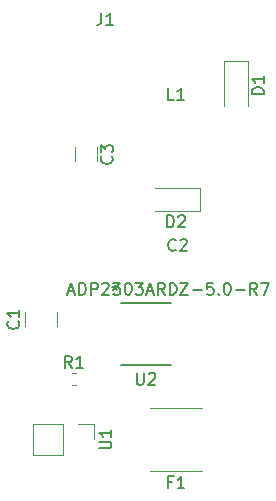
<source format=gbr>
G04 #@! TF.GenerationSoftware,KiCad,Pcbnew,(5.0.0-3-g5ebb6b6)*
G04 #@! TF.CreationDate,2018-10-03T13:59:26-07:00*
G04 #@! TF.ProjectId,Phone Charger,50686F6E6520436861726765722E6B69,rev?*
G04 #@! TF.SameCoordinates,Original*
G04 #@! TF.FileFunction,Legend,Top*
G04 #@! TF.FilePolarity,Positive*
%FSLAX46Y46*%
G04 Gerber Fmt 4.6, Leading zero omitted, Abs format (unit mm)*
G04 Created by KiCad (PCBNEW (5.0.0-3-g5ebb6b6)) date Wednesday, October 03, 2018 at 01:59:26 PM*
%MOMM*%
%LPD*%
G01*
G04 APERTURE LIST*
%ADD10C,0.120000*%
%ADD11C,0.152400*%
%ADD12C,0.150000*%
G04 APERTURE END LIST*
D10*
G04 #@! TO.C,C3*
X146960000Y-84487936D02*
X146960000Y-85692064D01*
X145140000Y-84487936D02*
X145140000Y-85692064D01*
G04 #@! TO.C,C1*
X140880000Y-99662064D02*
X140880000Y-98457936D01*
X143600000Y-99662064D02*
X143600000Y-98457936D01*
G04 #@! TO.C,U1*
X141545000Y-107890000D02*
X141545000Y-110550000D01*
X144145000Y-107890000D02*
X141545000Y-107890000D01*
X144145000Y-110550000D02*
X141545000Y-110550000D01*
X144145000Y-107890000D02*
X144145000Y-110550000D01*
X145415000Y-107890000D02*
X146745000Y-107890000D01*
X146745000Y-107890000D02*
X146745000Y-109220000D01*
G04 #@! TO.C,D2*
X155740000Y-89900000D02*
X151890000Y-89900000D01*
X155740000Y-87900000D02*
X151890000Y-87900000D01*
X155740000Y-89900000D02*
X155740000Y-87900000D01*
G04 #@! TO.C,D1*
X159750000Y-77175000D02*
X157750000Y-77175000D01*
X157750000Y-77175000D02*
X157750000Y-81025000D01*
X159750000Y-77175000D02*
X159750000Y-81025000D01*
G04 #@! TO.C,F1*
X155873752Y-111890000D02*
X151466248Y-111890000D01*
X155873752Y-106550000D02*
X151466248Y-106550000D01*
G04 #@! TO.C,R1*
X144848733Y-103630000D02*
X145191267Y-103630000D01*
X144848733Y-104650000D02*
X145191267Y-104650000D01*
D11*
G04 #@! TO.C,U2*
X149009100Y-102958900D02*
X153250900Y-102958900D01*
X153250900Y-97701100D02*
X149009100Y-97701100D01*
G04 #@! TO.C,C2*
D12*
X153653333Y-93167142D02*
X153605714Y-93214761D01*
X153462857Y-93262380D01*
X153367619Y-93262380D01*
X153224761Y-93214761D01*
X153129523Y-93119523D01*
X153081904Y-93024285D01*
X153034285Y-92833809D01*
X153034285Y-92690952D01*
X153081904Y-92500476D01*
X153129523Y-92405238D01*
X153224761Y-92310000D01*
X153367619Y-92262380D01*
X153462857Y-92262380D01*
X153605714Y-92310000D01*
X153653333Y-92357619D01*
X154034285Y-92357619D02*
X154081904Y-92310000D01*
X154177142Y-92262380D01*
X154415238Y-92262380D01*
X154510476Y-92310000D01*
X154558095Y-92357619D01*
X154605714Y-92452857D01*
X154605714Y-92548095D01*
X154558095Y-92690952D01*
X153986666Y-93262380D01*
X154605714Y-93262380D01*
G04 #@! TO.C,C3*
X148227142Y-85256666D02*
X148274761Y-85304285D01*
X148322380Y-85447142D01*
X148322380Y-85542380D01*
X148274761Y-85685238D01*
X148179523Y-85780476D01*
X148084285Y-85828095D01*
X147893809Y-85875714D01*
X147750952Y-85875714D01*
X147560476Y-85828095D01*
X147465238Y-85780476D01*
X147370000Y-85685238D01*
X147322380Y-85542380D01*
X147322380Y-85447142D01*
X147370000Y-85304285D01*
X147417619Y-85256666D01*
X147322380Y-84923333D02*
X147322380Y-84304285D01*
X147703333Y-84637619D01*
X147703333Y-84494761D01*
X147750952Y-84399523D01*
X147798571Y-84351904D01*
X147893809Y-84304285D01*
X148131904Y-84304285D01*
X148227142Y-84351904D01*
X148274761Y-84399523D01*
X148322380Y-84494761D01*
X148322380Y-84780476D01*
X148274761Y-84875714D01*
X148227142Y-84923333D01*
G04 #@! TO.C,C1*
X140317142Y-99226666D02*
X140364761Y-99274285D01*
X140412380Y-99417142D01*
X140412380Y-99512380D01*
X140364761Y-99655238D01*
X140269523Y-99750476D01*
X140174285Y-99798095D01*
X139983809Y-99845714D01*
X139840952Y-99845714D01*
X139650476Y-99798095D01*
X139555238Y-99750476D01*
X139460000Y-99655238D01*
X139412380Y-99512380D01*
X139412380Y-99417142D01*
X139460000Y-99274285D01*
X139507619Y-99226666D01*
X140412380Y-98274285D02*
X140412380Y-98845714D01*
X140412380Y-98560000D02*
X139412380Y-98560000D01*
X139555238Y-98655238D01*
X139650476Y-98750476D01*
X139698095Y-98845714D01*
G04 #@! TO.C,U1*
X147197380Y-109981904D02*
X148006904Y-109981904D01*
X148102142Y-109934285D01*
X148149761Y-109886666D01*
X148197380Y-109791428D01*
X148197380Y-109600952D01*
X148149761Y-109505714D01*
X148102142Y-109458095D01*
X148006904Y-109410476D01*
X147197380Y-109410476D01*
X148197380Y-108410476D02*
X148197380Y-108981904D01*
X148197380Y-108696190D02*
X147197380Y-108696190D01*
X147340238Y-108791428D01*
X147435476Y-108886666D01*
X147483095Y-108981904D01*
G04 #@! TO.C,J1*
X147354966Y-73112380D02*
X147354966Y-73826666D01*
X147307347Y-73969523D01*
X147212109Y-74064761D01*
X147069252Y-74112380D01*
X146974014Y-74112380D01*
X148354966Y-74112380D02*
X147783538Y-74112380D01*
X148069252Y-74112380D02*
X148069252Y-73112380D01*
X147974014Y-73255238D01*
X147878776Y-73350476D01*
X147783538Y-73398095D01*
G04 #@! TO.C,D2*
X152928904Y-91257380D02*
X152928904Y-90257380D01*
X153167000Y-90257380D01*
X153309857Y-90305000D01*
X153405095Y-90400238D01*
X153452714Y-90495476D01*
X153500333Y-90685952D01*
X153500333Y-90828809D01*
X153452714Y-91019285D01*
X153405095Y-91114523D01*
X153309857Y-91209761D01*
X153167000Y-91257380D01*
X152928904Y-91257380D01*
X153881285Y-90352619D02*
X153928904Y-90305000D01*
X154024142Y-90257380D01*
X154262238Y-90257380D01*
X154357476Y-90305000D01*
X154405095Y-90352619D01*
X154452714Y-90447857D01*
X154452714Y-90543095D01*
X154405095Y-90685952D01*
X153833666Y-91257380D01*
X154452714Y-91257380D01*
G04 #@! TO.C,D1*
X161107380Y-79986095D02*
X160107380Y-79986095D01*
X160107380Y-79748000D01*
X160155000Y-79605142D01*
X160250238Y-79509904D01*
X160345476Y-79462285D01*
X160535952Y-79414666D01*
X160678809Y-79414666D01*
X160869285Y-79462285D01*
X160964523Y-79509904D01*
X161059761Y-79605142D01*
X161107380Y-79748000D01*
X161107380Y-79986095D01*
X161107380Y-78462285D02*
X161107380Y-79033714D01*
X161107380Y-78748000D02*
X160107380Y-78748000D01*
X160250238Y-78843238D01*
X160345476Y-78938476D01*
X160393095Y-79033714D01*
G04 #@! TO.C,F1*
X153336666Y-112828571D02*
X153003333Y-112828571D01*
X153003333Y-113352380D02*
X153003333Y-112352380D01*
X153479523Y-112352380D01*
X154384285Y-113352380D02*
X153812857Y-113352380D01*
X154098571Y-113352380D02*
X154098571Y-112352380D01*
X154003333Y-112495238D01*
X153908095Y-112590476D01*
X153812857Y-112638095D01*
G04 #@! TO.C,L1*
X153503333Y-80462380D02*
X153027142Y-80462380D01*
X153027142Y-79462380D01*
X154360476Y-80462380D02*
X153789047Y-80462380D01*
X154074761Y-80462380D02*
X154074761Y-79462380D01*
X153979523Y-79605238D01*
X153884285Y-79700476D01*
X153789047Y-79748095D01*
G04 #@! TO.C,R1*
X144853333Y-103162380D02*
X144520000Y-102686190D01*
X144281904Y-103162380D02*
X144281904Y-102162380D01*
X144662857Y-102162380D01*
X144758095Y-102210000D01*
X144805714Y-102257619D01*
X144853333Y-102352857D01*
X144853333Y-102495714D01*
X144805714Y-102590952D01*
X144758095Y-102638571D01*
X144662857Y-102686190D01*
X144281904Y-102686190D01*
X145805714Y-103162380D02*
X145234285Y-103162380D01*
X145520000Y-103162380D02*
X145520000Y-102162380D01*
X145424761Y-102305238D01*
X145329523Y-102400476D01*
X145234285Y-102448095D01*
G04 #@! TO.C,U2*
X150368095Y-103592380D02*
X150368095Y-104401904D01*
X150415714Y-104497142D01*
X150463333Y-104544761D01*
X150558571Y-104592380D01*
X150749047Y-104592380D01*
X150844285Y-104544761D01*
X150891904Y-104497142D01*
X150939523Y-104401904D01*
X150939523Y-103592380D01*
X151368095Y-103687619D02*
X151415714Y-103640000D01*
X151510952Y-103592380D01*
X151749047Y-103592380D01*
X151844285Y-103640000D01*
X151891904Y-103687619D01*
X151939523Y-103782857D01*
X151939523Y-103878095D01*
X151891904Y-104020952D01*
X151320476Y-104592380D01*
X151939523Y-104592380D01*
X144582619Y-96686666D02*
X145058809Y-96686666D01*
X144487380Y-96972380D02*
X144820714Y-95972380D01*
X145154047Y-96972380D01*
X145487380Y-96972380D02*
X145487380Y-95972380D01*
X145725476Y-95972380D01*
X145868333Y-96020000D01*
X145963571Y-96115238D01*
X146011190Y-96210476D01*
X146058809Y-96400952D01*
X146058809Y-96543809D01*
X146011190Y-96734285D01*
X145963571Y-96829523D01*
X145868333Y-96924761D01*
X145725476Y-96972380D01*
X145487380Y-96972380D01*
X146487380Y-96972380D02*
X146487380Y-95972380D01*
X146868333Y-95972380D01*
X146963571Y-96020000D01*
X147011190Y-96067619D01*
X147058809Y-96162857D01*
X147058809Y-96305714D01*
X147011190Y-96400952D01*
X146963571Y-96448571D01*
X146868333Y-96496190D01*
X146487380Y-96496190D01*
X147439761Y-96067619D02*
X147487380Y-96020000D01*
X147582619Y-95972380D01*
X147820714Y-95972380D01*
X147915952Y-96020000D01*
X147963571Y-96067619D01*
X148011190Y-96162857D01*
X148011190Y-96258095D01*
X147963571Y-96400952D01*
X147392142Y-96972380D01*
X148011190Y-96972380D01*
X148344523Y-95972380D02*
X148963571Y-95972380D01*
X148630238Y-96353333D01*
X148773095Y-96353333D01*
X148868333Y-96400952D01*
X148915952Y-96448571D01*
X148963571Y-96543809D01*
X148963571Y-96781904D01*
X148915952Y-96877142D01*
X148868333Y-96924761D01*
X148773095Y-96972380D01*
X148487380Y-96972380D01*
X148392142Y-96924761D01*
X148344523Y-96877142D01*
X149582619Y-95972380D02*
X149677857Y-95972380D01*
X149773095Y-96020000D01*
X149820714Y-96067619D01*
X149868333Y-96162857D01*
X149915952Y-96353333D01*
X149915952Y-96591428D01*
X149868333Y-96781904D01*
X149820714Y-96877142D01*
X149773095Y-96924761D01*
X149677857Y-96972380D01*
X149582619Y-96972380D01*
X149487380Y-96924761D01*
X149439761Y-96877142D01*
X149392142Y-96781904D01*
X149344523Y-96591428D01*
X149344523Y-96353333D01*
X149392142Y-96162857D01*
X149439761Y-96067619D01*
X149487380Y-96020000D01*
X149582619Y-95972380D01*
X150249285Y-95972380D02*
X150868333Y-95972380D01*
X150535000Y-96353333D01*
X150677857Y-96353333D01*
X150773095Y-96400952D01*
X150820714Y-96448571D01*
X150868333Y-96543809D01*
X150868333Y-96781904D01*
X150820714Y-96877142D01*
X150773095Y-96924761D01*
X150677857Y-96972380D01*
X150392142Y-96972380D01*
X150296904Y-96924761D01*
X150249285Y-96877142D01*
X151249285Y-96686666D02*
X151725476Y-96686666D01*
X151154047Y-96972380D02*
X151487380Y-95972380D01*
X151820714Y-96972380D01*
X152725476Y-96972380D02*
X152392142Y-96496190D01*
X152154047Y-96972380D02*
X152154047Y-95972380D01*
X152535000Y-95972380D01*
X152630238Y-96020000D01*
X152677857Y-96067619D01*
X152725476Y-96162857D01*
X152725476Y-96305714D01*
X152677857Y-96400952D01*
X152630238Y-96448571D01*
X152535000Y-96496190D01*
X152154047Y-96496190D01*
X153154047Y-96972380D02*
X153154047Y-95972380D01*
X153392142Y-95972380D01*
X153535000Y-96020000D01*
X153630238Y-96115238D01*
X153677857Y-96210476D01*
X153725476Y-96400952D01*
X153725476Y-96543809D01*
X153677857Y-96734285D01*
X153630238Y-96829523D01*
X153535000Y-96924761D01*
X153392142Y-96972380D01*
X153154047Y-96972380D01*
X154058809Y-95972380D02*
X154725476Y-95972380D01*
X154058809Y-96972380D01*
X154725476Y-96972380D01*
X155106428Y-96591428D02*
X155868333Y-96591428D01*
X156820714Y-95972380D02*
X156344523Y-95972380D01*
X156296904Y-96448571D01*
X156344523Y-96400952D01*
X156439761Y-96353333D01*
X156677857Y-96353333D01*
X156773095Y-96400952D01*
X156820714Y-96448571D01*
X156868333Y-96543809D01*
X156868333Y-96781904D01*
X156820714Y-96877142D01*
X156773095Y-96924761D01*
X156677857Y-96972380D01*
X156439761Y-96972380D01*
X156344523Y-96924761D01*
X156296904Y-96877142D01*
X157296904Y-96877142D02*
X157344523Y-96924761D01*
X157296904Y-96972380D01*
X157249285Y-96924761D01*
X157296904Y-96877142D01*
X157296904Y-96972380D01*
X157963571Y-95972380D02*
X158058809Y-95972380D01*
X158154047Y-96020000D01*
X158201666Y-96067619D01*
X158249285Y-96162857D01*
X158296904Y-96353333D01*
X158296904Y-96591428D01*
X158249285Y-96781904D01*
X158201666Y-96877142D01*
X158154047Y-96924761D01*
X158058809Y-96972380D01*
X157963571Y-96972380D01*
X157868333Y-96924761D01*
X157820714Y-96877142D01*
X157773095Y-96781904D01*
X157725476Y-96591428D01*
X157725476Y-96353333D01*
X157773095Y-96162857D01*
X157820714Y-96067619D01*
X157868333Y-96020000D01*
X157963571Y-95972380D01*
X158725476Y-96591428D02*
X159487380Y-96591428D01*
X160535000Y-96972380D02*
X160201666Y-96496190D01*
X159963571Y-96972380D02*
X159963571Y-95972380D01*
X160344523Y-95972380D01*
X160439761Y-96020000D01*
X160487380Y-96067619D01*
X160535000Y-96162857D01*
X160535000Y-96305714D01*
X160487380Y-96400952D01*
X160439761Y-96448571D01*
X160344523Y-96496190D01*
X159963571Y-96496190D01*
X160868333Y-95972380D02*
X161535000Y-95972380D01*
X161106428Y-96972380D01*
X148513800Y-96175580D02*
X148513800Y-96413676D01*
X148275704Y-96318438D02*
X148513800Y-96413676D01*
X148751895Y-96318438D01*
X148370942Y-96604152D02*
X148513800Y-96413676D01*
X148656657Y-96604152D01*
G04 #@! TD*
M02*

</source>
